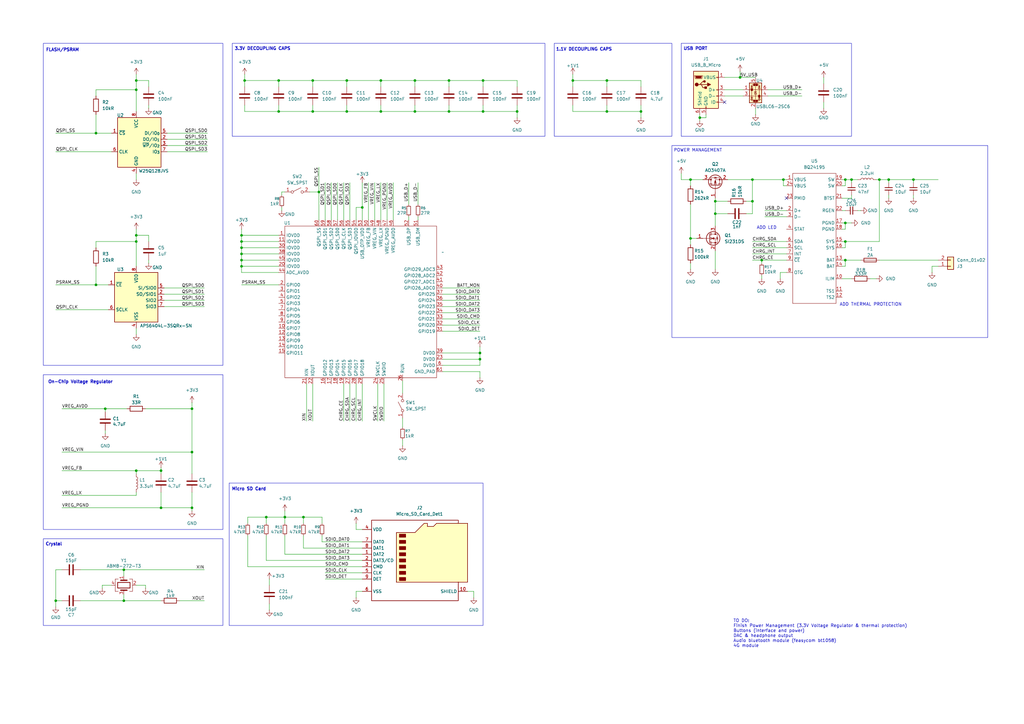
<source format=kicad_sch>
(kicad_sch (version 20250114) (generator "eeschema") (generator_version "9.0")
  (paper "A3")
  (title_block (title "Microcontroller") (date "2025-12-05") (rev "0"))
  (rectangle (start 95.25 17.78) (end 223.52 55.88))
  (rectangle (start 227.33 17.78) (end 275.59 55.88))
  (rectangle (start 93.98 198.12) (end 198.12 256.54))
  (rectangle (start 17.78 220.98) (end 91.44 256.54))
  (rectangle (start 275.59 59.69) (end 405.13 138.43))
  (rectangle (start 17.78 153.67) (end 91.44 217.17))
  (rectangle (start 279.4 17.78) (end 349.25 55.88))
  (rectangle (start 17.78 17.78) (end 91.44 149.86))
  (text "USB PORT" (at 285.242 20.066 0) (effects (font (size 1.27 1.27) (thickness 0.254) (bold yes))))
  (text "3.3V DECOUPLING CAPS" (at 107.696 20.066 0) (effects (font (size 1.27 1.27) (thickness 0.254) (bold yes))))
  (text "FLASH/PSRAM\n" (at 25.654 20.574 0) (effects (font (size 1.27 1.27) (thickness 0.254) (bold yes))))
  (text "ADD THERMAL PROTECTION\n" (at 357.124 124.968 0) (effects (font (size 1.27 1.27))))
  (text "Micro SD Card\n" (at 102.108 200.66 0) (effects (font (size 1.27 1.27) (thickness 0.254) (bold yes))))
  (text "POWER MANAGEMENT" (at 286.258 61.722 0) (effects (font (size 1.27 1.27))))
  (text "Crystal\n" (at 22.098 223.266 0) (effects (font (size 1.27 1.27) (thickness 0.254) (bold yes))))
  (text "1.1V DECOUPLING CAPS" (at 239.522 20.32 0) (effects (font (size 1.27 1.27) (thickness 0.254) (bold yes))))
  (text "TO DO:\nFinish Power Management (3.3V Voltage Regulator & thermal protection)\nButtons (interface and power)\nDAC & headphone output\nAudio bluetooth module (feasycom bt1058)\n4G module\n" (at 300.736 259.842 0) (effects (font (size 1.27 1.27)) (justify left)))
  (text "ADD LED" (at 314.452 93.472 0) (effects (font (size 1.27 1.27))))
  (text "On-Chip Voltage Regulator" (at 33.02 156.718 0) (effects (font (size 1.27 1.27) (thickness 0.254) (bold yes))))
  (junction (at 128.27 45.72))
  (junction (at 184.15 33.02))
  (junction (at 346.71 91.44))
  (junction (at 116.84 212.09))
  (junction (at 184.15 45.72))
  (junction (at 248.92 33.02))
  (junction (at 346.71 106.68))
  (junction (at 287.02 48.26))
  (junction (at 55.88 99.06))
  (junction (at 22.86 246.38))
  (junction (at 66.04 208.28))
  (junction (at 170.18 33.02))
  (junction (at 156.21 33.02))
  (junction (at 50.8 246.38))
  (junction (at 99.06 106.68))
  (junction (at 114.3 45.72))
  (junction (at 99.06 96.52))
  (junction (at 212.09 45.72))
  (junction (at 293.37 87.63))
  (junction (at 78.74 185.42))
  (junction (at 283.21 97.79))
  (junction (at 55.88 193.04))
  (junction (at 109.22 212.09))
  (junction (at 128.27 33.02))
  (junction (at 39.37 116.84))
  (junction (at 346.71 73.66))
  (junction (at 312.42 106.68))
  (junction (at 234.95 33.02))
  (junction (at 142.24 45.72))
  (junction (at 99.06 104.14))
  (junction (at 293.37 82.55))
  (junction (at 78.74 167.64))
  (junction (at 308.61 73.66))
  (junction (at 43.18 167.64))
  (junction (at 99.06 99.06))
  (junction (at 262.89 45.72))
  (junction (at 142.24 33.02))
  (junction (at 374.65 73.66))
  (junction (at 99.06 109.22))
  (junction (at 114.3 33.02))
  (junction (at 66.04 193.04))
  (junction (at 130.81 78.74))
  (junction (at 303.53 31.75))
  (junction (at 346.71 99.06))
  (junction (at 198.12 33.02))
  (junction (at 364.49 73.66))
  (junction (at 360.68 73.66))
  (junction (at 349.25 73.66))
  (junction (at 55.88 36.83))
  (junction (at 55.88 96.52))
  (junction (at 283.21 73.66))
  (junction (at 198.12 45.72))
  (junction (at 99.06 101.6))
  (junction (at 248.92 45.72))
  (junction (at 196.85 144.78))
  (junction (at 124.46 212.09))
  (junction (at 170.18 45.72))
  (junction (at 156.21 45.72))
  (junction (at 55.88 33.02))
  (junction (at 78.74 208.28))
  (junction (at 100.33 33.02))
  (junction (at 308.61 82.55))
  (junction (at 148.59 85.09))
  (junction (at 39.37 54.61))
  (junction (at 321.31 73.66))
  (junction (at 196.85 147.32))
  (junction (at 50.8 233.68))
  (no_connect (at 297.18 41.91))
  (no_connect (at 322.58 81.28))
  (wire (pts (xy 68.58 57.15) (xy 85.09 57.15)))
  (wire (pts (xy 196.85 142.24) (xy 196.85 144.78)))
  (wire (pts (xy 78.74 167.64) (xy 78.74 185.42)))
  (wire (pts (xy 114.3 109.22) (xy 99.06 109.22)))
  (wire (pts (xy 55.88 193.04) (xy 55.88 194.31)))
  (wire (pts (xy 196.85 120.65) (xy 181.61 120.65)))
  (wire (pts (xy 283.21 107.95) (xy 283.21 110.49)))
  (wire (pts (xy 100.33 33.02) (xy 114.3 33.02)))
  (wire (pts (xy 99.06 104.14) (xy 114.3 104.14)))
  (wire (pts (xy 308.61 73.66) (xy 321.31 73.66)))
  (wire (pts (xy 41.91 240.03) (xy 41.91 241.3)))
  (wire (pts (xy 345.44 86.36) (xy 346.71 86.36)))
  (wire (pts (xy 165.1 180.34) (xy 165.1 182.88)))
  (wire (pts (xy 78.74 167.64) (xy 78.74 165.1)))
  (wire (pts (xy 360.68 73.66) (xy 364.49 73.66)))
  (wire (pts (xy 22.86 246.38) (xy 25.4 246.38)))
  (wire (pts (xy 346.71 73.66) (xy 346.71 76.2)))
  (wire (pts (xy 153.67 90.17) (xy 153.67 74.93)))
  (wire (pts (xy 148.59 85.09) (xy 148.59 90.17)))
  (wire (pts (xy 140.97 74.93) (xy 140.97 90.17)))
  (wire (pts (xy 184.15 45.72) (xy 184.15 43.18)))
  (wire (pts (xy 128.27 33.02) (xy 142.24 33.02)))
  (wire (pts (xy 73.66 246.38) (xy 83.82 246.38)))
  (wire (pts (xy 140.97 157.48) (xy 140.97 172.72)))
  (wire (pts (xy 45.72 240.03) (xy 41.91 240.03)))
  (wire (pts (xy 66.04 208.28) (xy 78.74 208.28)))
  (wire (pts (xy 314.96 39.37) (xy 328.93 39.37)))
  (wire (pts (xy 293.37 81.28) (xy 293.37 82.55)))
  (wire (pts (xy 39.37 101.6) (xy 39.37 99.06)))
  (wire (pts (xy 59.69 167.64) (xy 78.74 167.64)))
  (wire (pts (xy 39.37 36.83) (xy 55.88 36.83)))
  (wire (pts (xy 124.46 214.63) (xy 124.46 212.09)))
  (wire (pts (xy 133.35 234.95) (xy 148.59 234.95)))
  (wire (pts (xy 116.84 212.09) (xy 124.46 212.09)))
  (wire (pts (xy 312.42 113.03) (xy 312.42 114.3)))
  (wire (pts (xy 171.45 88.9) (xy 171.45 90.17)))
  (wire (pts (xy 303.53 31.75) (xy 309.88 31.75)))
  (wire (pts (xy 196.85 152.4) (xy 196.85 154.94)))
  (wire (pts (xy 132.08 212.09) (xy 132.08 214.63)))
  (wire (pts (xy 50.8 246.38) (xy 66.04 246.38)))
  (wire (pts (xy 148.59 242.57) (xy 146.05 242.57)))
  (wire (pts (xy 360.68 73.66) (xy 360.68 99.06)))
  (wire (pts (xy 142.24 45.72) (xy 156.21 45.72)))
  (wire (pts (xy 374.65 73.66) (xy 384.81 73.66)))
  (wire (pts (xy 67.31 125.73) (xy 83.82 125.73)))
  (wire (pts (xy 66.04 191.77) (xy 66.04 193.04)))
  (wire (pts (xy 285.75 97.79) (xy 283.21 97.79)))
  (wire (pts (xy 196.85 147.32) (xy 181.61 147.32)))
  (wire (pts (xy 158.75 90.17) (xy 158.75 74.93)))
  (wire (pts (xy 248.92 33.02) (xy 248.92 35.56)))
  (wire (pts (xy 346.71 109.22) (xy 345.44 109.22)))
  (wire (pts (xy 132.08 222.25) (xy 132.08 219.71)))
  (wire (pts (xy 50.8 233.68) (xy 83.82 233.68)))
  (wire (pts (xy 234.95 43.18) (xy 234.95 45.72)))
  (wire (pts (xy 360.68 99.06) (xy 346.71 99.06)))
  (wire (pts (xy 248.92 45.72) (xy 262.89 45.72)))
  (wire (pts (xy 196.85 149.86) (xy 196.85 147.32)))
  (wire (pts (xy 345.44 81.28) (xy 349.25 81.28)))
  (wire (pts (xy 322.58 111.76) (xy 320.04 111.76)))
  (wire (pts (xy 25.4 167.64) (xy 43.18 167.64)))
  (wire (pts (xy 346.71 106.68) (xy 353.06 106.68)))
  (wire (pts (xy 25.4 233.68) (xy 22.86 233.68)))
  (wire (pts (xy 382.27 109.22) (xy 384.81 109.22)))
  (wire (pts (xy 297.18 36.83) (xy 304.8 36.83)))
  (wire (pts (xy 308.61 99.06) (xy 322.58 99.06)))
  (wire (pts (xy 337.82 41.91) (xy 337.82 44.45)))
  (wire (pts (xy 212.09 43.18) (xy 212.09 45.72)))
  (wire (pts (xy 306.07 82.55) (xy 308.61 82.55)))
  (wire (pts (xy 196.85 144.78) (xy 181.61 144.78)))
  (wire (pts (xy 135.89 74.93) (xy 135.89 90.17)))
  (wire (pts (xy 101.6 214.63) (xy 101.6 212.09)))
  (wire (pts (xy 99.06 104.14) (xy 99.06 106.68)))
  (wire (pts (xy 298.45 87.63) (xy 293.37 87.63)))
  (wire (pts (xy 43.18 167.64) (xy 52.07 167.64)))
  (wire (pts (xy 55.88 33.02) (xy 60.96 33.02)))
  (wire (pts (xy 198.12 33.02) (xy 212.09 33.02)))
  (wire (pts (xy 156.21 45.72) (xy 170.18 45.72)))
  (wire (pts (xy 349.25 73.66) (xy 351.79 73.66)))
  (wire (pts (xy 181.61 130.81) (xy 196.85 130.81)))
  (wire (pts (xy 234.95 45.72) (xy 248.92 45.72)))
  (wire (pts (xy 321.31 76.2) (xy 322.58 76.2)))
  (wire (pts (xy 138.43 74.93) (xy 138.43 90.17)))
  (wire (pts (xy 101.6 232.41) (xy 101.6 219.71)))
  (wire (pts (xy 109.22 229.87) (xy 109.22 219.71)))
  (wire (pts (xy 167.64 88.9) (xy 167.64 90.17)))
  (wire (pts (xy 148.59 217.17) (xy 146.05 217.17)))
  (wire (pts (xy 68.58 54.61) (xy 85.09 54.61)))
  (wire (pts (xy 78.74 185.42) (xy 78.74 194.31)))
  (wire (pts (xy 346.71 99.06) (xy 346.71 101.6)))
  (wire (pts (xy 43.18 176.53) (xy 43.18 177.8)))
  (wire (pts (xy 322.58 86.36) (xy 313.69 86.36)))
  (wire (pts (xy 114.3 45.72) (xy 128.27 45.72)))
  (wire (pts (xy 22.86 127) (xy 44.45 127)))
  (wire (pts (xy 116.84 214.63) (xy 116.84 212.09)))
  (wire (pts (xy 39.37 54.61) (xy 45.72 54.61)))
  (wire (pts (xy 349.25 81.28) (xy 349.25 80.01)))
  (wire (pts (xy 55.88 134.62) (xy 55.88 137.16)))
  (wire (pts (xy 55.88 99.06) (xy 55.88 109.22)))
  (wire (pts (xy 181.61 125.73) (xy 196.85 125.73)))
  (wire (pts (xy 124.46 212.09) (xy 132.08 212.09)))
  (wire (pts (xy 293.37 82.55) (xy 293.37 87.63)))
  (wire (pts (xy 156.21 43.18) (xy 156.21 45.72)))
  (wire (pts (xy 125.73 172.72) (xy 125.73 157.48)))
  (wire (pts (xy 55.88 96.52) (xy 55.88 99.06)))
  (wire (pts (xy 66.04 194.31) (xy 66.04 193.04)))
  (wire (pts (xy 262.89 45.72) (xy 262.89 43.18)))
  (wire (pts (xy 181.61 123.19) (xy 196.85 123.19)))
  (wire (pts (xy 346.71 73.66) (xy 349.25 73.66)))
  (wire (pts (xy 100.33 35.56) (xy 100.33 33.02)))
  (wire (pts (xy 191.77 242.57) (xy 194.31 242.57)))
  (wire (pts (xy 60.96 106.68) (xy 60.96 107.95)))
  (wire (pts (xy 55.88 240.03) (xy 59.69 240.03)))
  (wire (pts (xy 359.41 73.66) (xy 360.68 73.66)))
  (wire (pts (xy 114.3 33.02) (xy 128.27 33.02)))
  (wire (pts (xy 165.1 156.21) (xy 165.1 161.29)))
  (wire (pts (xy 50.8 246.38) (xy 33.02 246.38)))
  (wire (pts (xy 99.06 111.76) (xy 99.06 109.22)))
  (wire (pts (xy 132.08 222.25) (xy 148.59 222.25)))
  (wire (pts (xy 234.95 33.02) (xy 248.92 33.02)))
  (wire (pts (xy 157.48 157.48) (xy 157.48 172.72)))
  (wire (pts (xy 154.94 157.48) (xy 154.94 172.72)))
  (wire (pts (xy 345.44 99.06) (xy 346.71 99.06)))
  (wire (pts (xy 39.37 39.37) (xy 39.37 36.83)))
  (wire (pts (xy 156.21 90.17) (xy 156.21 74.93)))
  (wire (pts (xy 78.74 201.93) (xy 78.74 208.28)))
  (wire (pts (xy 345.44 91.44) (xy 346.71 91.44)))
  (wire (pts (xy 128.27 33.02) (xy 128.27 35.56)))
  (wire (pts (xy 116.84 78.74) (xy 115.57 78.74)))
  (wire (pts (xy 181.61 133.35) (xy 196.85 133.35)))
  (wire (pts (xy 39.37 109.22) (xy 39.37 116.84)))
  (wire (pts (xy 151.13 90.17) (xy 151.13 74.93)))
  (wire (pts (xy 39.37 99.06) (xy 55.88 99.06)))
  (wire (pts (xy 346.71 106.68) (xy 346.71 109.22)))
  (wire (pts (xy 99.06 96.52) (xy 99.06 99.06)))
  (wire (pts (xy 99.06 109.22) (xy 99.06 106.68)))
  (wire (pts (xy 161.29 90.17) (xy 161.29 74.93)))
  (wire (pts (xy 374.65 74.93) (xy 374.65 73.66)))
  (wire (pts (xy 248.92 33.02) (xy 262.89 33.02)))
  (wire (pts (xy 234.95 33.02) (xy 234.95 35.56)))
  (wire (pts (xy 171.45 74.93) (xy 171.45 83.82)))
  (wire (pts (xy 143.51 74.93) (xy 143.51 90.17)))
  (wire (pts (xy 68.58 59.69) (xy 85.09 59.69)))
  (wire (pts (xy 283.21 73.66) (xy 288.29 73.66)))
  (wire (pts (xy 148.59 157.48) (xy 148.59 172.72)))
  (wire (pts (xy 346.71 91.44) (xy 349.25 91.44)))
  (wire (pts (xy 181.61 118.11) (xy 196.85 118.11)))
  (wire (pts (xy 22.86 54.61) (xy 39.37 54.61)))
  (wire (pts (xy 170.18 45.72) (xy 170.18 43.18)))
  (wire (pts (xy 321.31 73.66) (xy 321.31 76.2)))
  (wire (pts (xy 308.61 87.63) (xy 306.07 87.63)))
  (wire (pts (xy 22.86 116.84) (xy 39.37 116.84)))
  (wire (pts (xy 293.37 87.63) (xy 293.37 92.71)))
  (wire (pts (xy 124.46 224.79) (xy 148.59 224.79)))
  (wire (pts (xy 181.61 135.89) (xy 196.85 135.89)))
  (wire (pts (xy 114.3 45.72) (xy 114.3 43.18)))
  (wire (pts (xy 146.05 90.17) (xy 146.05 85.09)))
  (wire (pts (xy 50.8 233.68) (xy 33.02 233.68)))
  (wire (pts (xy 184.15 33.02) (xy 198.12 33.02)))
  (wire (pts (xy 133.35 74.93) (xy 133.35 90.17)))
  (wire (pts (xy 128.27 45.72) (xy 128.27 43.18)))
  (wire (pts (xy 262.89 45.72) (xy 262.89 48.26)))
  (wire (pts (xy 297.18 39.37) (xy 304.8 39.37)))
  (wire (pts (xy 99.06 96.52) (xy 114.3 96.52)))
  (wire (pts (xy 99.06 99.06) (xy 99.06 101.6)))
  (wire (pts (xy 156.21 33.02) (xy 156.21 35.56)))
  (wire (pts (xy 198.12 33.02) (xy 198.12 35.56)))
  (wire (pts (xy 55.88 193.04) (xy 66.04 193.04)))
  (wire (pts (xy 110.49 247.65) (xy 110.49 250.19)))
  (wire (pts (xy 262.89 33.02) (xy 262.89 35.56)))
  (wire (pts (xy 297.18 31.75) (xy 303.53 31.75)))
  (wire (pts (xy 322.58 88.9) (xy 313.69 88.9)))
  (wire (pts (xy 346.71 76.2) (xy 345.44 76.2)))
  (wire (pts (xy 356.87 114.3) (xy 359.41 114.3)))
  (wire (pts (xy 308.61 82.55) (xy 308.61 73.66)))
  (wire (pts (xy 289.56 48.26) (xy 287.02 48.26)))
  (wire (pts (xy 109.22 214.63) (xy 109.22 212.09)))
  (wire (pts (xy 99.06 101.6) (xy 114.3 101.6)))
  (wire (pts (xy 320.04 111.76) (xy 320.04 114.3)))
  (wire (pts (xy 60.96 99.06) (xy 60.96 96.52)))
  (wire (pts (xy 130.81 78.74) (xy 130.81 90.17)))
  (wire (pts (xy 109.22 212.09) (xy 116.84 212.09)))
  (wire (pts (xy 283.21 76.2) (xy 283.21 73.66)))
  (wire (pts (xy 124.46 224.79) (xy 124.46 219.71)))
  (wire (pts (xy 170.18 33.02) (xy 184.15 33.02)))
  (wire (pts (xy 374.65 80.01) (xy 374.65 81.28)))
  (wire (pts (xy 101.6 232.41) (xy 148.59 232.41)))
  (wire (pts (xy 346.71 101.6) (xy 345.44 101.6)))
  (wire (pts (xy 364.49 73.66) (xy 374.65 73.66)))
  (wire (pts (xy 349.25 74.93) (xy 349.25 73.66)))
  (wire (pts (xy 130.81 68.58) (xy 130.81 78.74)))
  (wire (pts (xy 194.31 242.57) (xy 194.31 245.11)))
  (wire (pts (xy 212.09 33.02) (xy 212.09 35.56)))
  (wire (pts (xy 55.88 30.48) (xy 55.88 33.02)))
  (wire (pts (xy 196.85 144.78) (xy 196.85 147.32)))
  (wire (pts (xy 39.37 116.84) (xy 44.45 116.84)))
  (wire (pts (xy 55.88 201.93) (xy 55.88 203.2)))
  (wire (pts (xy 165.1 171.45) (xy 165.1 175.26)))
  (wire (pts (xy 289.56 46.99) (xy 289.56 48.26)))
  (wire (pts (xy 142.24 33.02) (xy 142.24 35.56)))
  (wire (pts (xy 170.18 35.56) (xy 170.18 33.02)))
  (wire (pts (xy 39.37 46.99) (xy 39.37 54.61)))
  (wire (pts (xy 68.58 62.23) (xy 85.09 62.23)))
  (wire (pts (xy 116.84 227.33) (xy 148.59 227.33)))
  (wire (pts (xy 312.42 106.68) (xy 322.58 106.68)))
  (wire (pts (xy 308.61 101.6) (xy 322.58 101.6)))
  (wire (pts (xy 303.53 31.75) (xy 303.53 29.21)))
  (wire (pts (xy 248.92 45.72) (xy 248.92 43.18)))
  (wire (pts (xy 148.59 74.93) (xy 148.59 85.09)))
  (wire (pts (xy 351.79 86.36) (xy 353.06 86.36)))
  (wire (pts (xy 22.86 246.38) (xy 22.86 248.92)))
  (wire (pts (xy 298.45 73.66) (xy 308.61 73.66)))
  (wire (pts (xy 101.6 212.09) (xy 109.22 212.09)))
  (wire (pts (xy 309.88 44.45) (xy 309.88 46.99)))
  (wire (pts (xy 60.96 43.18) (xy 60.96 44.45)))
  (wire (pts (xy 308.61 106.68) (xy 312.42 106.68)))
  (wire (pts (xy 283.21 97.79) (xy 283.21 100.33)))
  (wire (pts (xy 346.71 93.98) (xy 345.44 93.98)))
  (wire (pts (xy 345.44 106.68) (xy 346.71 106.68)))
  (wire (pts (xy 25.4 203.2) (xy 55.88 203.2)))
  (wire (pts (xy 345.44 114.3) (xy 349.25 114.3)))
  (wire (pts (xy 55.88 36.83) (xy 55.88 45.72)))
  (wire (pts (xy 156.21 33.02) (xy 170.18 33.02)))
  (wire (pts (xy 308.61 104.14) (xy 322.58 104.14)))
  (wire (pts (xy 212.09 45.72) (xy 212.09 48.26)))
  (wire (pts (xy 128.27 45.72) (xy 142.24 45.72)))
  (wire (pts (xy 116.84 227.33) (xy 116.84 219.71)))
  (wire (pts (xy 67.31 118.11) (xy 83.82 118.11)))
  (wire (pts (xy 22.86 233.68) (xy 22.86 246.38)))
  (wire (pts (xy 287.02 46.99) (xy 287.02 48.26)))
  (wire (pts (xy 146.05 157.48) (xy 146.05 172.72)))
  (wire (pts (xy 364.49 74.93) (xy 364.49 73.66)))
  (wire (pts (xy 184.15 33.02) (xy 184.15 35.56)))
  (wire (pts (xy 279.4 71.12) (xy 279.4 73.66)))
  (wire (pts (xy 198.12 45.72) (xy 198.12 43.18)))
  (wire (pts (xy 345.44 73.66) (xy 346.71 73.66)))
  (wire (pts (xy 78.74 208.28) (xy 78.74 209.55)))
  (wire (pts (xy 100.33 45.72) (xy 114.3 45.72)))
  (wire (pts (xy 100.33 43.18) (xy 100.33 45.72)))
  (wire (pts (xy 181.61 152.4) (xy 196.85 152.4)))
  (wire (pts (xy 25.4 185.42) (xy 78.74 185.42)))
  (wire (pts (xy 127 78.74) (xy 130.81 78.74)))
  (wire (pts (xy 22.86 62.23) (xy 45.72 62.23)))
  (wire (pts (xy 146.05 217.17) (xy 146.05 214.63)))
  (wire (pts (xy 99.06 99.06) (xy 114.3 99.06)))
  (wire (pts (xy 25.4 193.04) (xy 55.88 193.04)))
  (wire (pts (xy 146.05 85.09) (xy 148.59 85.09)))
  (wire (pts (xy 314.96 36.83) (xy 328.93 36.83)))
  (wire (pts (xy 99.06 93.98) (xy 99.06 96.52)))
  (wire (pts (xy 337.82 31.75) (xy 337.82 34.29)))
  (wire (pts (xy 55.88 93.98) (xy 55.88 96.52)))
  (wire (pts (xy 293.37 82.55) (xy 298.45 82.55)))
  (wire (pts (xy 181.61 128.27) (xy 196.85 128.27)))
  (wire (pts (xy 181.61 149.86) (xy 196.85 149.86)))
  (wire (pts (xy 99.06 116.84) (xy 114.3 116.84)))
  (wire (pts (xy 128.27 157.48) (xy 128.27 172.72)))
  (wire (pts (xy 43.18 168.91) (xy 43.18 167.64)))
  (wire (pts (xy 55.88 33.02) (xy 55.88 36.83)))
  (wire (pts (xy 99.06 101.6) (xy 99.06 104.14)))
  (wire (pts (xy 382.27 111.76) (xy 382.27 109.22)))
  (wire (pts (xy 293.37 102.87) (xy 293.37 110.49)))
  (wire (pts (xy 322.58 73.66) (xy 321.31 73.66)))
  (wire (pts (xy 167.64 74.93) (xy 167.64 83.82)))
  (wire (pts (xy 100.33 30.48) (xy 100.33 33.02)))
  (wire (pts (xy 234.95 30.48) (xy 234.95 33.02)))
  (wire (pts (xy 67.31 120.65) (xy 83.82 120.65)))
  (wire (pts (xy 360.68 106.68) (xy 384.81 106.68)))
  (wire (pts (xy 143.51 157.48) (xy 143.51 172.72)))
  (wire (pts (xy 283.21 83.82) (xy 283.21 97.79)))
  (wire (pts (xy 114.3 111.76) (xy 99.06 111.76)))
  (wire (pts (xy 55.88 96.52) (xy 60.96 96.52)))
  (wire (pts (xy 170.18 45.72) (xy 184.15 45.72)))
  (wire (pts (xy 146.05 242.57) (xy 146.05 245.11)))
  (wire (pts (xy 287.02 48.26) (xy 287.02 49.53)))
  (wire (pts (xy 279.4 73.66) (xy 283.21 73.66)))
  (wire (pts (xy 60.96 35.56) (xy 60.96 33.02)))
  (wire (pts (xy 142.24 45.72) (xy 142.24 43.18)))
  (wire (pts (xy 308.61 82.55) (xy 308.61 87.63)))
  (wire (pts (xy 67.31 123.19) (xy 83.82 123.19)))
  (wire (pts (xy 116.84 212.09) (xy 116.84 209.55)))
  (wire (pts (xy 115.57 85.09) (xy 115.57 86.36)))
  (wire (pts (xy 59.69 240.03) (xy 59.69 241.3)))
  (wire (pts (xy 66.04 201.93) (xy 66.04 208.28)))
  (wire (pts (xy 115.57 78.74) (xy 115.57 80.01)))
  (wire (pts (xy 142.24 33.02) (xy 156.21 33.02)))
  (wire (pts (xy 25.4 208.28) (xy 66.04 208.28)))
  (wire (pts (xy 55.88 71.12) (xy 55.88 73.66)))
  (wire (pts (xy 50.8 243.84) (xy 50.8 246.38)))
  (wire (pts (xy 364.49 80.01) (xy 364.49 81.28)))
  (wire (pts (xy 133.35 237.49) (xy 148.59 237.49)))
  (wire (pts (xy 109.22 229.87) (xy 148.59 229.87)))
  (wire (pts (xy 212.09 45.72) (xy 198.12 45.72)))
  (wire (pts (xy 99.06 106.68) (xy 114.3 106.68)))
  (wire (pts (xy 346.71 91.44) (xy 346.71 93.98)))
  (wire (pts (xy 114.3 33.02) (xy 114.3 35.56)))
  (wire (pts (xy 312.42 107.95) (xy 312.42 106.68)))
  (wire (pts (xy 110.49 237.49) (xy 110.49 240.03)))
  (wire (pts (xy 198.12 45.72) (xy 184.15 45.72)))
  (wire (pts (xy 50.8 236.22) (xy 50.8 233.68)))
  (label "VREG_AVDD" (at 25.4 167.64 0))
  (label "CHRG_SDA" (at 308.61 99.06 0))
  (label "VREG_FB" (at 151.13 74.93 270))
  (label "XOUT" (at 128.27 172.72 90))
  (label "CHRG_CE" (at 140.97 172.72 90))
  (label "QSPI_SD1" (at 85.09 57.15 180))
  (label "QSPI_CLK" (at 140.97 74.93 270))
  (label "SDIO_DAT3" (at 133.35 229.87 0))
  (label "XIN" (at 83.82 233.68 180))
  (label "SDIO_DAT3" (at 196.85 128.27 180))
  (label "QSPI_SD0" (at 138.43 74.93 270))
  (label "QSPI_SD1" (at 83.82 120.65 180))
  (label "SDIO_DAT1" (at 196.85 123.19 180))
  (label "SDIO_DAT0" (at 133.35 222.25 0))
  (label "SDIO_DAT0" (at 196.85 120.65 180))
  (label "XOUT" (at 83.82 246.38 180))
  (label "VREG_VIN" (at 25.4 185.42 0))
  (label "PSRAM_SS" (at 99.06 116.84 0))
  (label "SDIO_CMD" (at 133.35 232.41 0))
  (label "QSPI_SD0" (at 85.09 54.61 180))
  (label "SWCLK" (at 154.94 172.72 90))
  (label "SDIO_DET" (at 133.35 237.49 0))
  (label "QSPI_CLK" (at 22.86 62.23 0))
  (label "CHRG_SDA" (at 143.51 172.72 90))
  (label "VREG_VIN" (at 153.67 74.93 270))
  (label "QSPI_SD2" (at 85.09 59.69 180))
  (label "QSPI_CLK" (at 22.86 127 0))
  (label "USB_D+" (at 328.93 36.83 180))
  (label "QSPI_SD1" (at 133.35 74.93 270))
  (label "VREG_LX" (at 25.4 203.2 0))
  (label "QSPI_SS" (at 22.86 54.61 0))
  (label "CHRG_INT" (at 148.59 172.72 90))
  (label "CHRG_CE" (at 308.61 106.68 0))
  (label "XIN" (at 125.73 172.72 90))
  (label "QSPI_SD3" (at 143.51 74.93 270))
  (label "USB_D-" (at 171.45 74.93 270))
  (label "VREG_PGND" (at 25.4 208.28 0))
  (label "SDIO_CLK" (at 196.85 133.35 180))
  (label "BATT_MON" (at 196.85 118.11 180))
  (label "QSPI_SD3" (at 83.82 125.73 180))
  (label "SDIO_DAT2" (at 133.35 227.33 0))
  (label "USB_D+" (at 167.64 74.93 270))
  (label "VREG_PGND" (at 158.75 74.93 270))
  (label "SDIO_DAT1" (at 133.35 224.79 0))
  (label "SDIO_DET" (at 196.85 135.89 180))
  (label "VREG_FB" (at 25.4 193.04 0))
  (label "USB_D+" (at 313.69 86.36 0))
  (label "SDIO_CLK" (at 133.35 234.95 0))
  (label "USB_D-" (at 328.93 39.37 180))
  (label "CHRG_SCL" (at 146.05 172.72 90))
  (label "PSRAM_SS" (at 22.86 116.84 0))
  (label "VREG_LX" (at 156.21 74.93 270))
  (label "USB_D-" (at 313.69 88.9 0))
  (label "QSPI_SD0" (at 83.82 118.11 180))
  (label "QSPI_SD3" (at 85.09 62.23 180))
  (label "5V_USB" (at 303.53 31.75 0))
  (label "VREG_AVDD" (at 161.29 74.93 270))
  (label "QSPI_SD2" (at 135.89 74.93 270))
  (label "CHRG_INT" (at 308.61 104.14 0))
  (label "QSPI_SS" (at 130.81 68.58 270))
  (label "QSPI_SD2" (at 83.82 123.19 180))
  (label "CHRG_SCL" (at 308.61 101.6 0))
  (label "SDIO_CMD" (at 196.85 130.81 180))
  (label "SWDIO" (at 157.48 172.72 90))
  (label "SDIO_DAT2" (at 196.85 125.73 180))
  (symbol (lib_id "power:+1V1") (at 196.85 142.24 0) (mirror y) (unit 1)
    (property "Reference" "#PWR017" (effects (hide yes)))
    (property "Value" "+1V1" (at 196.85 138.684 0))
    (property "Description" "Power symbol creates a global label with name \"+1V1\"" (effects (hide yes)))
  )
  (symbol (lib_id "Device:R_Small") (at 101.6 217.17 0) (unit 1)
    (property "Reference" "R13" (at 97.536 216.154 0) (effects (font (size 1.016 1.016)) (justify left)))
    (property "Value" "47kR" (at 95.758 218.186 0) (effects (justify left)))
    (property "Description" "Resistor, small symbol" (effects (hide yes)))
  )
  (symbol (lib_id "Device:C") (at 78.74 198.12 0) (unit 1)
    (property "Reference" "C3" (at 81.534 196.85 0) (effects (justify left)))
    (property "Value" "4.7uF" (at 81.534 199.39 0) (effects (justify left)))
    (property "Description" "Unpolarized capacitor" (effects (hide yes)))
  )
  (symbol (lib_id "power:+3V3") (at 116.84 209.55 0) (unit 1)
    (property "Reference" "#PWR031" (effects (hide yes)))
    (property "Value" "+3V3" (at 116.84 204.47 0))
    (property "Description" "Power symbol creates a global label with name \"+3V3\"" (effects (hide yes)))
  )
  (symbol (lib_id "Device:L") (at 355.6 73.66 90) (unit 1)
    (property "Reference" "L2" (at 355.6 68.58 90))
    (property "Value" "2.2uH" (at 355.6 71.12 90))
    (property "Description" "Inductor" (effects (hide yes)))
  )
  (symbol (lib_id "power:GND") (at 364.49 81.28 0) (unit 1)
    (property "Reference" "#PWR042" (effects (hide yes)))
    (property "Value" "GND" (at 364.49 86.36 0))
    (property "Description" "Power symbol creates a global label with name \"GND\" , ground" (effects (hide yes)))
  )
  (symbol (lib_id "Device:C") (at 29.21 246.38 90) (unit 1)
    (property "Reference" "C7" (at 29.21 252.222 90))
    (property "Value" "15pF" (at 29.21 249.936 90))
    (property "Description" "Unpolarized capacitor" (effects (hide yes)))
  )
  (symbol (lib_id "Device:C") (at 66.04 198.12 0) (unit 1)
    (property "Reference" "C2" (at 68.834 196.85 0) (effects (justify left)))
    (property "Value" "4.7uF" (at 68.834 199.39 0) (effects (justify left)))
    (property "Description" "Unpolarized capacitor" (effects (hide yes)))
  )
  (symbol (lib_id "Device:C") (at 302.26 87.63 270) (unit 1)
    (property "Reference" "C22" (at 302.26 91.186 90))
    (property "Value" "1nF" (at 302.26 92.964 90))
    (property "Description" "Unpolarized capacitor" (effects (hide yes)))
  )
  (symbol (lib_id "Device:C") (at 156.21 39.37 0) (unit 1)
    (property "Reference" "C12" (at 160.02 38.0999 0) (effects (justify left)))
    (property "Value" "100nF" (at 160.02 40.6399 0) (effects (justify left)))
    (property "Description" "Unpolarized capacitor" (effects (hide yes)))
  )
  (symbol (lib_id "power:+3V3") (at 78.74 165.1 0) (unit 1)
    (property "Reference" "#PWR02" (effects (hide yes)))
    (property "Value" "+3V3" (at 78.74 160.02 0))
    (property "Description" "Power symbol creates a global label with name \"+3V3\"" (effects (hide yes)))
  )
  (symbol (lib_id "Device:R") (at 302.26 82.55 90) (unit 1)
    (property "Reference" "R16" (at 300.99 81.026 0) (effects (justify left)))
    (property "Value" "10kR" (at 303.53 81.026 0) (effects (justify left)))
    (property "Description" "Resistor" (effects (hide yes)))
  )
  (symbol (lib_id "Transistor_FET:Q_NMOS_GSD") (at 290.83 97.79 0) (unit 1)
    (property "Reference" "Q1" (at 297.18 96.5199 0) (effects (justify left)))
    (property "Value" "SI231DS" (at 297.18 99.0599 0) (effects (justify left)))
    (property "Footprint" "Package_TO_SOT_SMD:SOT-23" (effects (hide yes)))
    (property "Description" "N-MOSFET transistor, gate/source/drain" (effects (hide yes)))
  )
  (symbol (lib_id "power:+1V1") (at 66.04 191.77 0) (unit 1)
    (property "Reference" "#PWR03" (effects (hide yes)))
    (property "Value" "+1V1" (at 66.04 188.214 0))
    (property "Description" "Power symbol creates a global label with name \"+1V1\"" (effects (hide yes)))
  )
  (symbol (lib_id "power:+3V3") (at 55.88 30.48 0) (unit 1)
    (property "Reference" "#PWR06" (effects (hide yes)))
    (property "Value" "+3V3" (at 55.88 25.4 0))
    (property "Description" "Power symbol creates a global label with name \"+3V3\"" (effects (hide yes)))
  )
  (symbol (lib_id "Device:C") (at 337.82 38.1 0) (unit 1)
    (property "Reference" "C20" (at 341.63 36.8299 0) (effects (justify left)))
    (property "Value" "100nF" (at 341.63 39.3699 0) (effects (justify left)))
    (property "Description" "Unpolarized capacitor" (effects (hide yes)))
  )
  (symbol (lib_id "power:+3V3") (at 146.05 214.63 0) (unit 1)
    (property "Reference" "#PWR025" (effects (hide yes)))
    (property "Value" "+3V3" (at 146.05 209.55 0))
    (property "Description" "Power symbol creates a global label with name \"+3V3\"" (effects (hide yes)))
  )
  (symbol (lib_id "Memory_Flash:W25Q128JVS") (at 55.88 58.42 0) (unit 1)
    (property "Reference" "U2" (at 48.006 47.244 0) (effects (justify left)))
    (property "Value" "W25Q128JVS" (at 56.896 70.104 0) (effects (justify left)))
    (property "Footprint" "Package_SO:SOIC-8_5.3x5.3mm_P1.27mm" (effects (hide yes)))
    (property "Datasheet" "https://www.winbond.com/resource-files/w25q128jv_dtr%20revc%2003272018%20plus.pdf" (effects (hide yes)))
    (property "Description" "128Mbit / 16MiB Serial Flash Memory, Standard/Dual/Quad SPI, 2.7-3.6V, SOIC-8" (effects (hide yes)))
  )
  (symbol (lib_id "Device:C") (at 128.27 39.37 0) (unit 1)
    (property "Reference" "C10" (at 132.08 38.0999 0) (effects (justify left)))
    (property "Value" "100nF" (at 132.08 40.6399 0) (effects (justify left)))
    (property "Description" "Unpolarized capacitor" (effects (hide yes)))
  )
  (symbol (lib_id "Device:R") (at 39.37 43.18 0) (unit 1)
    (property "Reference" "R2" (at 41.91 41.9099 0) (effects (justify left)))
    (property "Value" "10kR" (at 41.91 44.4499 0) (effects (justify left)))
    (property "Description" "Resistor" (effects (hide yes)))
  )
  (symbol (lib_id "Device:C") (at 198.12 39.37 0) (unit 1)
    (property "Reference" "C15" (at 201.93 38.0999 0) (effects (justify left)))
    (property "Value" "100nF" (at 201.93 40.6399 0) (effects (justify left)))
    (property "Description" "Unpolarized capacitor" (effects (hide yes)))
  )
  (symbol (lib_id "Device:C") (at 60.96 102.87 0) (unit 1)
    (property "Reference" "C5" (at 64.77 101.5999 0) (effects (justify left)))
    (property "Value" "1uF" (at 64.77 104.1399 0) (effects (justify left)))
    (property "Description" "Unpolarized capacitor" (effects (hide yes)))
  )
  (symbol (lib_id "power:GND") (at 212.09 48.26 0) (unit 1)
    (property "Reference" "#PWR021" (effects (hide yes)))
    (property "Value" "GND" (at 212.09 53.34 0))
    (property "Description" "Power symbol creates a global label with name \"GND\" , ground" (effects (hide yes)))
  )
  (symbol (lib_id "Device:C") (at 262.89 39.37 0) (unit 1)
    (property "Reference" "C18" (at 266.7 38.0999 0) (effects (justify left)))
    (property "Value" "4.7uF" (at 266.7 40.6399 0) (effects (justify left)))
    (property "Description" "Unpolarized capacitor" (effects (hide yes)))
  )
  (symbol (lib_id "power:GND") (at 262.89 48.26 0) (unit 1)
    (property "Reference" "#PWR027" (effects (hide yes)))
    (property "Value" "GND" (at 262.89 53.34 0))
    (property "Description" "Power symbol creates a global label with name \"GND\" , ground" (effects (hide yes)))
  )
  (symbol (lib_id "Symbol Library:BQ24195") (at 334.01 97.79 0) (unit 1)
    (property "Reference" "U5" (at 334.01 66.04 0))
    (property "Value" "BQ24195" (at 334.01 68.58 0))
    (property "Footprint" "Package_DFN_QFN:VQFN-24-1EP_4x4mm_P0.5mm_EP2.5x2.5mm_ThermalVias" (effects (hide yes)))
  )
  (symbol (lib_id "power:GND") (at 309.88 46.99 0) (unit 1)
    (property "Reference" "#PWR019" (effects (hide yes)))
    (property "Value" "GND" (at 309.88 50.8 0))
    (property "Description" "Power symbol creates a global label with name \"GND\" , ground" (effects (hide yes)))
  )
  (symbol (lib_id "Device:C") (at 184.15 39.37 0) (unit 1)
    (property "Reference" "C14" (at 187.96 38.0999 0) (effects (justify left)))
    (property "Value" "100nF" (at 187.96 40.6399 0) (effects (justify left)))
    (property "Description" "Unpolarized capacitor" (effects (hide yes)))
  )
  (symbol (lib_id "Device:R") (at 283.21 80.01 0) (unit 1)
    (property "Reference" "R14" (at 284.734 78.74 0) (effects (justify left)))
    (property "Value" "262kR" (at 284.734 81.28 0) (effects (justify left)))
    (property "Description" "Resistor" (effects (hide yes)))
  )
  (symbol (lib_id "Device:R") (at 39.37 105.41 0) (unit 1)
    (property "Reference" "R3" (at 41.91 104.1399 0) (effects (justify left)))
    (property "Value" "10kR" (at 41.91 106.6799 0) (effects (justify left)))
    (property "Description" "Resistor" (effects (hide yes)))
  )
  (symbol (lib_id "Device:R_Small") (at 124.46 217.17 0) (unit 1)
    (property "Reference" "R10" (at 120.396 216.154 0) (effects (font (size 1.016 1.016)) (justify left)))
    (property "Value" "47kR" (at 118.618 218.186 0) (effects (justify left)))
    (property "Description" "Resistor, small symbol" (effects (hide yes)))
  )
  (symbol (lib_id "power:GND") (at 110.49 250.19 0) (unit 1)
    (property "Reference" "#PWR033" (effects (hide yes)))
    (property "Value" "GND" (at 114.046 251.968 0))
    (property "Description" "Power symbol creates a global label with name \"GND\" , ground" (effects (hide yes)))
  )
  (symbol (lib_id "Device:R") (at 283.21 104.14 0) (unit 1)
    (property "Reference" "R15" (at 284.734 102.87 0) (effects (justify left)))
    (property "Value" "100kR" (at 284.734 105.41 0) (effects (justify left)))
    (property "Description" "Resistor" (effects (hide yes)))
  )
  (symbol (lib_id "power:GND") (at 374.65 81.28 0) (unit 1)
    (property "Reference" "#PWR043" (effects (hide yes)))
    (property "Value" "GND" (at 374.65 86.36 0))
    (property "Description" "Power symbol creates a global label with name \"GND\" , ground" (effects (hide yes)))
  )
  (symbol (lib_id "power:GND") (at 22.86 248.92 0) (unit 1)
    (property "Reference" "#PWR013" (effects (hide yes)))
    (property "Value" "GND" (at 22.86 253.238 0))
    (property "Description" "Power symbol creates a global label with name \"GND\" , ground" (effects (hide yes)))
  )
  (symbol (lib_id "Device:C") (at 170.18 39.37 0) (unit 1)
    (property "Reference" "C13" (at 173.99 38.0999 0) (effects (justify left)))
    (property "Value" "100nF" (at 173.99 40.6399 0) (effects (justify left)))
    (property "Description" "Unpolarized capacitor" (effects (hide yes)))
  )
  (symbol (lib_id "power:GND") (at 59.69 241.3 0) (unit 1)
    (property "Reference" "#PWR011" (effects (hide yes)))
    (property "Value" "GND" (at 62.992 243.078 0))
    (property "Description" "Power symbol creates a global label with name \"GND\" , ground" (effects (hide yes)))
  )
  (symbol (lib_id "power:GND") (at 382.27 111.76 0) (unit 1)
    (property "Reference" "#PWR035" (effects (hide yes)))
    (property "Value" "GND" (at 382.27 116.84 0))
    (property "Description" "Power symbol creates a global label with name \"GND\" , ground" (effects (hide yes)))
  )
  (symbol (lib_id "Device:C_Small") (at 349.25 86.36 90) (unit 1)
    (property "Reference" "C26" (at 349.25 82.296 90))
    (property "Value" "10uF" (at 349.25 83.82 90))
    (property "Description" "Unpolarized capacitor, small symbol" (effects (hide yes)))
  )
  (symbol (lib_id "power:GND") (at 337.82 44.45 0) (unit 1)
    (property "Reference" "#PWR022" (effects (hide yes)))
    (property "Value" "GND" (at 337.82 48.26 0))
    (property "Description" "Power symbol creates a global label with name \"GND\" , ground" (effects (hide yes)))
  )
  (symbol (lib_id "Connector:Micro_SD_Card_Det1") (at 171.45 229.87 0) (unit 1)
    (property "Reference" "J2" (at 172.085 208.28 0))
    (property "Value" "Micro_SD_Card_Det1" (at 172.085 210.82 0))
    (property "Datasheet" "https://datasheet.lcsc.com/lcsc/2110151630_XKB-Connectivity-XKTF-015-N_C381082.pdf" (effects (hide yes)))
    (property "Description" "Micro SD Card Socket with one card detection pin" (effects (hide yes)))
  )
  (symbol (lib_id "power:+5V") (at 303.53 29.21 0) (unit 1)
    (property "Reference" "#PWR029" (effects (hide yes)))
    (property "Value" "+5V" (at 303.53 24.13 0))
    (property "Description" "Power symbol creates a global label with name \"+5V\"" (effects (hide yes)))
  )
  (symbol (lib_id "Device:R_Small") (at 167.64 86.36 0) (unit 1)
    (property "Reference" "R5" (at 164.592 85.344 0) (effects (font (size 1.016 1.016)) (justify left)))
    (property "Value" "27R" (at 162.814 87.376 0) (effects (justify left)))
    (property "Description" "Resistor, small symbol" (effects (hide yes)))
  )
  (symbol (lib_id "Device:R") (at 55.88 167.64 90) (unit 1)
    (property "Reference" "R1" (at 55.88 162.56 90))
    (property "Value" "33R" (at 55.88 165.1 90))
    (property "Description" "Resistor" (effects (hide yes)))
  )
  (symbol (lib_id "Device:C") (at 114.3 39.37 0) (unit 1)
    (property "Reference" "C9" (at 118.11 38.0999 0) (effects (justify left)))
    (property "Value" "100nF" (at 118.11 40.6399 0) (effects (justify left)))
    (property "Description" "Unpolarized capacitor" (effects (hide yes)))
  )
  (symbol (lib_id "power:GND") (at 78.74 209.55 0) (unit 1)
    (property "Reference" "#PWR01" (effects (hide yes)))
    (property "Value" "GND" (at 78.74 214.63 0))
    (property "Description" "Power symbol creates a global label with name \"GND\" , ground" (effects (hide yes)))
  )
  (symbol (lib_id "Transistor_FET:Q_PMOS_GSD") (at 293.37 76.2 90) (unit 1)
    (property "Reference" "Q2" (at 293.37 67.31 90))
    (property "Value" "AO3407A" (at 293.37 69.85 90))
    (property "Footprint" "Package_TO_SOT_SMD:SOT-23" (effects (hide yes)))
    (property "Description" "P-MOSFET transistor, gate/source/drain" (effects (hide yes)))
  )
  (symbol (lib_id "power:+3V3") (at 148.59 74.93 0) (unit 1)
    (property "Reference" "#PWR015" (effects (hide yes)))
    (property "Value" "+3V3" (at 148.59 71.374 0))
    (property "Description" "Power symbol creates a global label with name \"+3V3\"" (effects (hide yes)))
  )
  (symbol (lib_id "Device:R_Small") (at 132.08 217.17 0) (unit 1)
    (property "Reference" "R9" (at 129.032 216.154 0) (effects (font (size 1.016 1.016)) (justify left)))
    (property "Value" "47kR" (at 126.238 218.186 0) (effects (justify left)))
    (property "Description" "Resistor, small symbol" (effects (hide yes)))
  )
  (symbol (lib_id "power:GND") (at 359.41 114.3 90) (unit 1)
    (property "Reference" "#PWR041" (effects (hide yes)))
    (property "Value" "GND" (at 363.22 114.2999 90) (effects (justify right)))
    (property "Description" "Power symbol creates a global label with name \"GND\" , ground" (effects (hide yes)))
  )
  (symbol (lib_id "power:GND") (at 55.88 137.16 0) (unit 1)
    (property "Reference" "#PWR010" (effects (hide yes)))
    (property "Value" "GND" (at 55.88 142.24 0))
    (property "Description" "Power symbol creates a global label with name \"GND\" , ground" (effects (hide yes)))
  )
  (symbol (lib_id "Device:R") (at 69.85 246.38 90) (unit 1)
    (property "Reference" "R4" (at 69.85 242.57 90))
    (property "Value" "1kR" (at 69.85 244.348 90))
    (property "Description" "Resistor" (effects (hide yes)))
  )
  (symbol (lib_id "power:GND") (at 146.05 245.11 0) (unit 1)
    (property "Reference" "#PWR030" (effects (hide yes)))
    (property "Value" "GND" (at 146.05 250.19 0))
    (property "Description" "Power symbol creates a global label with name \"GND\" , ground" (effects (hide yes)))
  )
  (symbol (lib_id "Device:Crystal_GND24") (at 50.8 240.03 270) (unit 1)
    (property "Reference" "Y1" (at 50.8 229.87 90))
    (property "Value" "ABM8-272-T3" (at 50.8 232.156 90))
    (property "Description" "Four pin crystal, GND on pins 2 and 4" (effects (hide yes)))
  )
  (symbol (lib_id "Device:R_Small") (at 115.57 82.55 0) (unit 1)
    (property "Reference" "R8" (at 112.522 81.534 0) (effects (font (size 1.016 1.016)) (justify left)))
    (property "Value" "1kR" (at 110.744 83.566 0) (effects (justify left)))
    (property "Description" "Resistor, small symbol" (effects (hide yes)))
  )
  (symbol (lib_id "power:GND") (at 60.96 44.45 0) (unit 1)
    (property "Reference" "#PWR07" (effects (hide yes)))
    (property "Value" "GND" (at 64.516 46.228 0))
    (property "Description" "Power symbol creates a global label with name \"GND\" , ground" (effects (hide yes)))
  )
  (symbol (lib_id "Device:C") (at 60.96 39.37 0) (unit 1)
    (property "Reference" "C4" (at 64.77 38.0999 0) (effects (justify left)))
    (property "Value" "100nF" (at 64.77 40.6399 0) (effects (justify left)))
    (property "Description" "Unpolarized capacitor" (effects (hide yes)))
  )
  (symbol (lib_id "Device:C_Small") (at 349.25 77.47 0) (unit 1)
    (property "Reference" "C23" (at 351.79 76.2062 0) (effects (justify left)))
    (property "Value" "47nF" (at 351.79 78.7462 0) (effects (justify left)))
    (property "Description" "Unpolarized capacitor, small symbol" (effects (hide yes)))
  )
  (symbol (lib_id "Device:C") (at 29.21 233.68 90) (unit 1)
    (property "Reference" "C6" (at 29.21 227.584 90))
    (property "Value" "15pF" (at 29.21 229.87 90))
    (property "Description" "Unpolarized capacitor" (effects (hide yes)))
  )
  (symbol (lib_id "Device:R_Small") (at 312.42 110.49 0) (unit 1)
    (property "Reference" "R17" (at 313.436 109.474 0) (effects (font (size 1.016 1.016)) (justify left)))
    (property "Value" "10kR" (at 313.436 111.506 0) (effects (justify left)))
    (property "Description" "Resistor, small symbol" (effects (hide yes)))
  )
  (symbol (lib_id "Memory_RAM:APS6404L-3SQRx-SN") (at 55.88 121.92 0) (unit 1)
    (property "Reference" "U3" (at 48.006 110.49 0) (effects (justify left)))
    (property "Value" "APS6404L-3SQRx-SN" (at 57.404 133.604 0) (effects (justify left)))
    (property "Footprint" "Package_SO:SOIC-8_3.9x4.9mm_P1.27mm" (effects (hide yes)))
    (property "Datasheet" "https://www.mouser.com/datasheet/2/1127/APM_PSRAM_QSPI_APS6404L_3SQR_v2_3_PKG-1954826.pdf" (effects (hide yes)))
    (property "Description" "64 Mbit / 8M x 8-bits serial pseudo SRAM MEMORY, up to 133MHz, 2.7-3.6V supply, SOIC-8 (SOP-8)" (effects (hide yes)))
    (property "Note" "https://jlcpcb.com/partdetail/APMemory-APS6404L_3SQRSN/C5333729" (effects (hide yes)))
  )
  (symbol (lib_id "power:+3V3") (at 100.33 30.48 0) (unit 1)
    (property "Reference" "#PWR014" (effects (hide yes)))
    (property "Value" "+3V3" (at 100.33 25.4 0))
    (property "Description" "Power symbol creates a global label with name \"+3V3\"" (effects (hide yes)))
  )
  (symbol (lib_id "power:GND") (at 320.04 114.3 0) (unit 1)
    (property "Reference" "#PWR036" (effects (hide yes)))
    (property "Value" "GND" (at 320.04 119.38 0))
    (property "Description" "Power symbol creates a global label with name \"GND\" , ground" (effects (hide yes)))
  )
  (symbol (lib_id "Device:C") (at 234.95 39.37 0) (unit 1)
    (property "Reference" "C16" (at 238.76 38.0999 0) (effects (justify left)))
    (property "Value" "100nF" (at 238.76 40.6399 0) (effects (justify left)))
    (property "Description" "Unpolarized capacitor" (effects (hide yes)))
  )
  (symbol (lib_id "power:GND") (at 293.37 110.49 0) (unit 1)
    (property "Reference" "#PWR039" (effects (hide yes)))
    (property "Value" "GND" (at 293.37 115.57 0))
    (property "Description" "Power symbol creates a global label with name \"GND\" , ground" (effects (hide yes)))
  )
  (symbol (lib_id "Connector:USB_B_Micro") (at 289.56 36.83 0) (unit 1)
    (property "Reference" "J1" (at 289.56 24.13 0))
    (property "Value" "USB_B_Micro" (at 289.56 26.67 0))
    (property "Description" "USB Micro Type B connector" (effects (hide yes)))
  )
  (symbol (lib_id "Device:C") (at 43.18 172.72 0) (unit 1)
    (property "Reference" "C1" (at 46.228 171.704 0) (effects (justify left)))
    (property "Value" "4.7uF" (at 46.228 173.99 0) (effects (justify left)))
    (property "Description" "Unpolarized capacitor" (effects (hide yes)))
  )
  (symbol (lib_id "power:+5V") (at 279.4 71.12 0) (unit 1)
    (property "Reference" "#PWR037" (effects (hide yes)))
    (property "Value" "+5V" (at 279.4 66.04 0))
    (property "Description" "Power symbol creates a global label with name \"+5V\"" (effects (hide yes)))
  )
  (symbol (lib_id "Device:C_Small") (at 374.65 77.47 0) (unit 1)
    (property "Reference" "C25" (at 377.19 76.2062 0) (effects (justify left)))
    (property "Value" "10uF" (at 377.19 78.7462 0) (effects (justify left)))
    (property "Description" "Unpolarized capacitor, small symbol" (effects (hide yes)))
  )
  (symbol (lib_id "Switch:SW_SPST") (at 121.92 78.74 0) (unit 1)
    (property "Reference" "SW2" (at 121.92 72.39 0))
    (property "Value" "SW_SPST" (at 121.92 74.93 0))
    (property "Description" "Single Pole Single Throw (SPST) switch" (effects (hide yes)))
  )
  (symbol (lib_id "power:+3V3") (at 110.49 237.49 0) (unit 1)
    (property "Reference" "#PWR032" (effects (hide yes)))
    (property "Value" "+3V3" (at 114.046 236.22 0))
    (property "Description" "Power symbol creates a global label with name \"+3V3\"" (effects (hide yes)))
  )
  (symbol (lib_id "Device:R") (at 353.06 114.3 90) (unit 1)
    (property "Reference" "R18" (at 353.06 110.744 90))
    (property "Value" "333R" (at 353.06 112.268 90))
    (property "Description" "Resistor" (effects (hide yes)))
  )
  (symbol (lib_id "power:GND") (at 55.88 73.66 0) (unit 1)
    (property "Reference" "#PWR04" (effects (hide yes)))
    (property "Value" "GND" (at 55.88 78.74 0))
    (property "Description" "Power symbol creates a global label with name \"GND\" , ground" (effects (hide yes)))
  )
  (symbol (lib_id "Device:R_Small") (at 116.84 217.17 0) (unit 1)
    (property "Reference" "R11" (at 112.776 216.154 0) (effects (font (size 1.016 1.016)) (justify left)))
    (property "Value" "47kR" (at 110.998 218.186 0) (effects (justify left)))
    (property "Description" "Resistor, small symbol" (effects (hide yes)))
  )
  (symbol (lib_id "power:+5V") (at 337.82 31.75 0) (unit 1)
    (property "Reference" "#PWR020" (effects (hide yes)))
    (property "Value" "+5V" (at 337.82 26.67 0))
    (property "Description" "Power symbol creates a global label with name \"+5V\"" (effects (hide yes)))
  )
  (symbol (lib_id "Device:R_Small") (at 171.45 86.36 0) (unit 1)
    (property "Reference" "R6" (at 172.466 85.344 0) (effects (font (size 1.016 1.016)) (justify left)))
    (property "Value" "27R" (at 172.466 87.376 0) (effects (justify left)))
    (property "Description" "Resistor, small symbol" (effects (hide yes)))
  )
  (symbol (lib_id "power:GND") (at 283.21 110.49 0) (unit 1)
    (property "Reference" "#PWR038" (effects (hide yes)))
    (property "Value" "GND" (at 283.21 115.57 0))
    (property "Description" "Power symbol creates a global label with name \"GND\" , ground" (effects (hide yes)))
  )
  (symbol (lib_id "power:GND") (at 165.1 182.88 0) (unit 1)
    (property "Reference" "#PWR023" (effects (hide yes)))
    (property "Value" "GND" (at 165.1 187.96 0))
    (property "Description" "Power symbol creates a global label with name \"GND\" , ground" (effects (hide yes)))
  )
  (symbol (lib_id "power:+1V1") (at 234.95 30.48 0) (unit 1)
    (property "Reference" "#PWR026" (effects (hide yes)))
    (property "Value" "+1V1" (at 234.95 26.924 0))
    (property "Description" "Power symbol creates a global label with name \"+1V1\"" (effects (hide yes)))
  )
  (symbol (lib_id "power:GND") (at 43.18 177.8 0) (unit 1)
    (property "Reference" "#PWR05" (effects (hide yes)))
    (property "Value" "GND" (at 43.18 182.88 0))
    (property "Description" "Power symbol creates a global label with name \"GND\" , ground" (effects (hide yes)))
  )
  (symbol (lib_id "power:GND") (at 196.85 154.94 0) (unit 1)
    (property "Reference" "#PWR018" (effects (hide yes)))
    (property "Value" "GND" (at 196.85 160.02 0))
    (property "Description" "Power symbol creates a global label with name \"GND\" , ground" (effects (hide yes)))
  )
  (symbol (lib_id "power:+3V3") (at 55.88 93.98 0) (unit 1)
    (property "Reference" "#PWR08" (effects (hide yes)))
    (property "Value" "+3V3" (at 55.88 88.9 0))
    (property "Description" "Power symbol creates a global label with name \"+3V3\"" (effects (hide yes)))
  )
  (symbol (lib_id "power:GND") (at 60.96 107.95 0) (unit 1)
    (property "Reference" "#PWR09" (effects (hide yes)))
    (property "Value" "GND" (at 64.516 109.728 0))
    (property "Description" "Power symbol creates a global label with name \"GND\" , ground" (effects (hide yes)))
  )
  (symbol (lib_id "Device:R_Small") (at 165.1 177.8 0) (unit 1)
    (property "Reference" "R7" (at 166.116 176.784 0) (effects (font (size 1.016 1.016)) (justify left)))
    (property "Value" "1kR" (at 166.116 178.816 0) (effects (justify left)))
    (property "Description" "Resistor, small symbol" (effects (hide yes)))
  )
  (symbol (lib_id "Device:C_Small") (at 364.49 77.47 0) (unit 1)
    (property "Reference" "C24" (at 367.03 76.2062 0) (effects (justify left)))
    (property "Value" "10uF" (at 367.03 78.7462 0) (effects (justify left)))
    (property "Description" "Unpolarized capacitor, small symbol" (effects (hide yes)))
  )
  (symbol (lib_id "Device:C") (at 142.24 39.37 0) (unit 1)
    (property "Reference" "C11" (at 146.05 38.0999 0) (effects (justify left)))
    (property "Value" "100nF" (at 146.05 40.6399 0) (effects (justify left)))
    (property "Description" "Unpolarized capacitor" (effects (hide yes)))
  )
  (symbol (lib_id "Device:C") (at 248.92 39.37 0) (unit 1)
    (property "Reference" "C17" (at 252.73 38.0999 0) (effects (justify left)))
    (property "Value" "100nF" (at 252.73 40.6399 0) (effects (justify left)))
    (property "Description" "Unpolarized capacitor" (effects (hide yes)))
  )
  (symbol (lib_id "Connector_Generic:Conn_01x02") (at 389.89 109.22 0) (mirror x) (unit 1)
    (property "Reference" "J3" (at 392.43 109.2201 0) (effects (justify left)))
    (property "Value" "Conn_01x02" (at 392.43 106.6801 0) (effects (justify left)))
    (property "Footprint" "Connector_JST:JST_EH_B2B-EH-A_1x02_P2.50mm_Vertical" (effects (hide yes)))
    (property "Description" "Generic connector, single row, 01x02, script generated (kicad-library-utils/schlib/autogen/connector/)" (effects (hide yes)))
  )
  (symbol (lib_id "Device:C") (at 212.09 39.37 0) (unit 1)
    (property "Reference" "C19" (at 215.9 38.0999 0) (effects (justify left)))
    (property "Value" "100nF" (at 215.9 40.6399 0) (effects (justify left)))
    (property "Description" "Unpolarized capacitor" (effects (hide yes)))
  )
  (symbol (lib_id "Switch:SW_SPST") (at 165.1 166.37 90) (unit 1)
    (property "Reference" "SW1" (at 166.37 165.0999 90) (effects (justify right)))
    (property "Value" "SW_SPST" (at 166.37 167.6399 90) (effects (justify right)))
    (property "Description" "Single Pole Single Throw (SPST) switch" (effects (hide yes)))
  )
  (symbol (lib_id "power:GND") (at 349.25 91.44 90) (unit 1)
    (property "Reference" "#PWR044" (effects (hide yes)))
    (property "Value" "GND" (at 353.06 91.4399 90) (effects (justify right)))
    (property "Description" "Power symbol creates a global label with name \"GND\" , ground" (effects (hide yes)))
  )
  (symbol (lib_id "power:GND") (at 194.31 245.11 0) (unit 1)
    (property "Reference" "#PWR034" (effects (hide yes)))
    (property "Value" "GND" (at 194.31 250.19 0))
    (property "Description" "Power symbol creates a global label with name \"GND\" , ground" (effects (hide yes)))
  )
  (symbol (lib_id "power:GND") (at 115.57 86.36 0) (unit 1)
    (property "Reference" "#PWR024" (effects (hide yes)))
    (property "Value" "GND" (at 118.872 87.884 0))
    (property "Description" "Power symbol creates a global label with name \"GND\" , ground" (effects (hide yes)))
  )
  (symbol (lib_id "Device:L") (at 55.88 198.12 0) (unit 1)
    (property "Reference" "L1" (at 57.15 196.8499 0) (effects (justify left)))
    (property "Value" "3.3uH" (at 57.15 199.3899 0) (effects (justify left)))
    (property "Description" "Inductor" (effects (hide yes)))
  )
  (symbol (lib_id "Device:C") (at 100.33 39.37 0) (unit 1)
    (property "Reference" "C8" (at 104.14 38.0999 0) (effects (justify left)))
    (property "Value" "100nF" (at 104.14 40.6399 0) (effects (justify left)))
    (property "Description" "Unpolarized capacitor" (effects (hide yes)))
  )
  (symbol (lib_id "Device:C") (at 110.49 243.84 0) (unit 1)
    (property "Reference" "C21" (at 114.3 242.5699 0) (effects (justify left)))
    (property "Value" "100nF" (at 114.3 245.1099 0) (effects (justify left)))
    (property "Description" "Unpolarized capacitor" (effects (hide yes)))
  )
  (symbol (lib_id "power:GND") (at 353.06 86.36 90) (unit 1)
    (property "Reference" "#PWR045" (effects (hide yes)))
    (property "Value" "GND" (at 355.854 86.36 90) (effects (justify right)))
    (property "Description" "Power symbol creates a global label with name \"GND\" , ground" (effects (hide yes)))
  )
  (symbol (lib_id "Power_Protection:USBLC6-2SC6") (at 309.88 36.83 0) (unit 1)
    (property "Reference" "U4" (at 310.134 33.02 0) (effects (justify left)))
    (property "Value" "USBLC6-2SC6" (at 310.134 43.688 0) (effects (justify left)))
    (property "Footprint" "Package_TO_SOT_SMD:SOT-23-6" (effects (hide yes)))
    (property "Datasheet" "https://www.st.com/resource/en/datasheet/usblc6-2.pdf" (effects (hide yes)))
    (property "Description" "Very low capacitance ESD protection diode, 2 data-line, SOT-23-6" (effects (hide yes)))
  )
  (symbol (lib_id "Device:R_Small") (at 109.22 217.17 0) (unit 1)
    (property "Reference" "R12" (at 105.156 216.154 0) (effects (font (size 1.016 1.016)) (justify left)))
    (property "Value" "47kR" (at 103.378 218.186 0) (effects (justify left)))
    (property "Description" "Resistor, small symbol" (effects (hide yes)))
  )
  (symbol (lib_id "Device:Fuse") (at 356.87 106.68 90) (unit 1)
    (property "Reference" "F1" (at 356.87 102.108 90))
    (property "Value" "2A" (at 356.87 104.648 90))
    (property "Description" "Fuse" (effects (hide yes)))
  )
  (symbol (lib_id "power:GND") (at 287.02 49.53 0) (unit 1)
    (property "Reference" "#PWR028" (effects (hide yes)))
    (property "Value" "GND" (at 287.02 53.34 0))
    (property "Description" "Power symbol creates a global label with name \"GND\" , ground" (effects (hide yes)))
  )
  (symbol (lib_id "power:GND") (at 41.91 241.3 0) (unit 1)
    (property "Reference" "#PWR012" (effects (hide yes)))
    (property "Value" "GND" (at 38.608 243.078 0))
    (property "Description" "Power symbol creates a global label with name \"GND\" , ground" (effects (hide yes)))
  )
  (symbol (lib_id "power:+3V3") (at 99.06 93.98 0) (unit 1)
    (property "Reference" "#PWR016" (effects (hide yes)))
    (property "Value" "+3V3" (at 99.06 90.17 0))
    (property "Description" "Power symbol creates a global label with name \"+3V3\"" (effects (hide yes)))
  )
  (symbol (lib_id "power:GND") (at 312.42 114.3 0) (unit 1)
    (property "Reference" "#PWR040" (effects (hide yes)))
    (property "Value" "GND" (at 312.42 119.38 0))
    (property "Description" "Power symbol creates a global label with name \"GND\" , ground" (effects (hide yes)))
  )
  (symbol (lib_id "Symbol Library:RP2350A") (at 148.59 124.46 0) (unit 1)
    (property "Reference" "U1" (at 117.856 91.44 0))
    (property "Value" "~" (at 181.61 103.4349 0))
    (property "Footprint" "Package_DFN_QFN:QFN-60-1EP_7x7mm_P0.4mm_EP3.4x3.4mm" (effects (hide yes)))
  )
)
</source>
